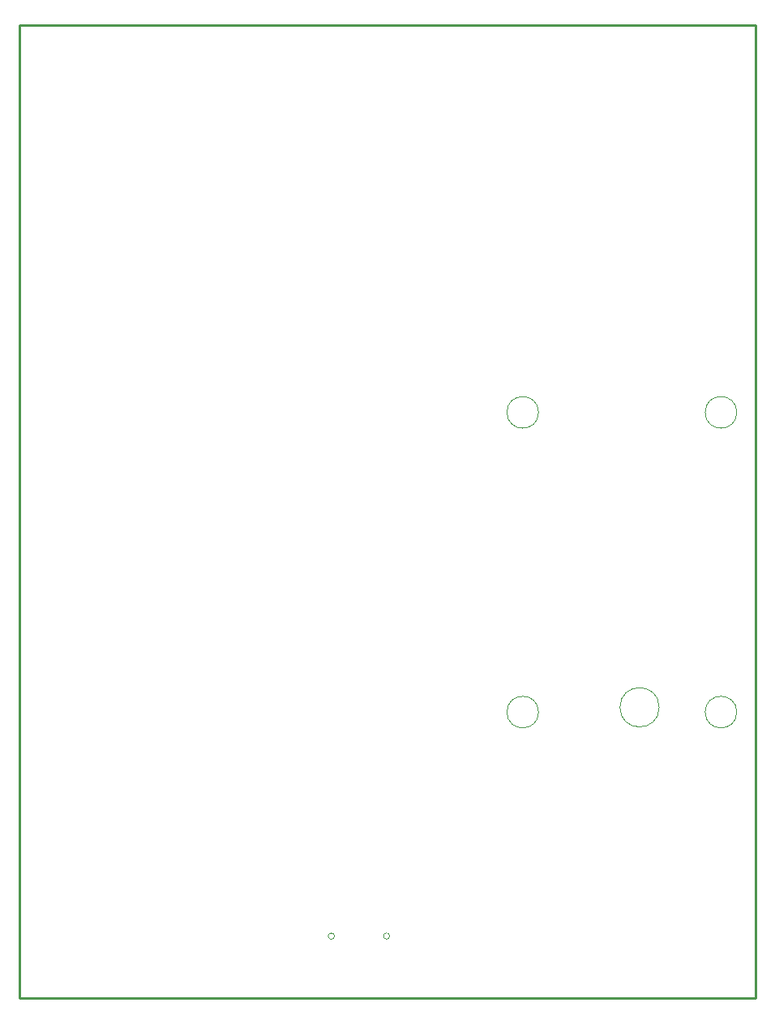
<source format=gm1>
G04*
G04 #@! TF.GenerationSoftware,Altium Limited,Altium Designer,24.6.1 (21)*
G04*
G04 Layer_Color=16711935*
%FSLAX25Y25*%
%MOIN*%
G70*
G04*
G04 #@! TF.SameCoordinates,EDD53237-EAC9-4869-82B0-0CFB14AF029E*
G04*
G04*
G04 #@! TF.FilePolarity,Positive*
G04*
G01*
G75*
%ADD10C,0.01000*%
%ADD70C,0.00020*%
D10*
X100000Y500000D02*
X402500D01*
Y100000D02*
Y500000D01*
X100000Y100000D02*
X402500D01*
X100000D02*
Y500000D01*
D70*
X313354Y217713D02*
G03*
X313354Y217713I-6496J0D01*
G01*
Y340941D02*
G03*
X313354Y340941I-6496J0D01*
G01*
X362961Y219682D02*
G03*
X362961Y219682I-8071J0D01*
G01*
X394850Y217713D02*
G03*
X394850Y217713I-6496J0D01*
G01*
Y340941D02*
G03*
X394850Y340941I-6496J0D01*
G01*
X229401Y125600D02*
G03*
X229401Y125600I-1280J0D01*
G01*
X252157D02*
G03*
X252157Y125600I-1280J0D01*
G01*
M02*

</source>
